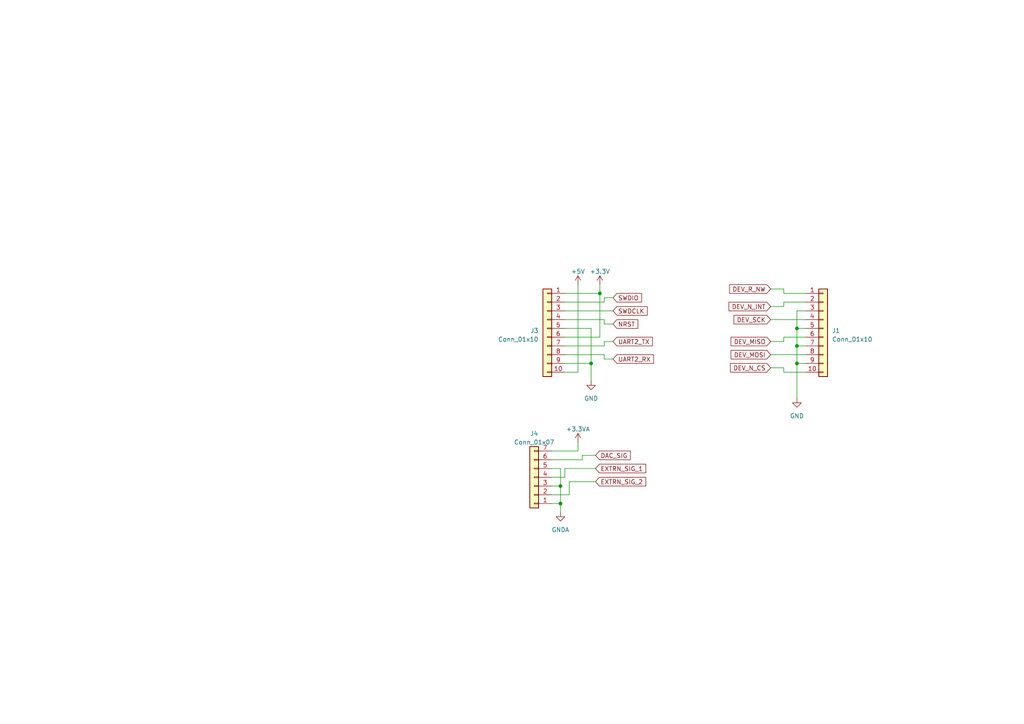
<source format=kicad_sch>
(kicad_sch (version 20230121) (generator eeschema)
  (paper "A4")
  (lib_symbols
    (symbol "Connector_Generic:Conn_01x07" (pin_names (offset 1.016) hide)
      (property "Reference" "J" (at 0 10.16 0))
      (property "Value" "Conn_01x07" (at 0 -10.16 0))
      (symbol "Conn_01x07_1_1"
        (rectangle (start -1.27 -7.493) (end 0 -7.747) (stroke (width 0.1524)))
        (rectangle (start -1.27 -4.953) (end 0 -5.207) (stroke (width 0.1524)))
        (rectangle (start -1.27 -2.413) (end 0 -2.667) (stroke (width 0.1524)))
        (rectangle (start -1.27 0.127) (end 0 -0.127) (stroke (width 0.1524)))
        (rectangle (start -1.27 2.667) (end 0 2.413) (stroke (width 0.1524)))
        (rectangle (start -1.27 5.207) (end 0 4.953) (stroke (width 0.1524)))
        (rectangle (start -1.27 7.747) (end 0 7.493) (stroke (width 0.1524)))
        (rectangle (start -1.27 8.89) (end 1.27 -8.89) (stroke (width 0.254)) (fill (type background)))
        (pin passive line (at -5.08 7.62 0) (length 3.81) (name "Pin_1") (number "1"))
        (pin passive line (at -5.08 5.08 0) (length 3.81) (name "Pin_2") (number "2"))
        (pin passive line (at -5.08 2.54 0) (length 3.81) (name "Pin_3") (number "3"))
        (pin passive line (at -5.08 0 0) (length 3.81) (name "Pin_4") (number "4"))
        (pin passive line (at -5.08 -2.54 0) (length 3.81) (name "Pin_5") (number "5"))
        (pin passive line (at -5.08 -5.08 0) (length 3.81) (name "Pin_6") (number "6"))
        (pin passive line (at -5.08 -7.62 0) (length 3.81) (name "Pin_7") (number "7"))
      )
    )
    (symbol "Connector_Generic:Conn_01x10" (pin_names (offset 1.016) hide)
      (property "Reference" "J" (at 0 12.7 0))
      (property "Value" "Conn_01x10" (at 0 -15.24 0))
      (symbol "Conn_01x10_1_1"
        (rectangle (start -1.27 -12.573) (end 0 -12.827) (stroke (width 0.1524)))
        (rectangle (start -1.27 -10.033) (end 0 -10.287) (stroke (width 0.1524)))
        (rectangle (start -1.27 -7.493) (end 0 -7.747) (stroke (width 0.1524)))
        (rectangle (start -1.27 -4.953) (end 0 -5.207) (stroke (width 0.1524)))
        (rectangle (start -1.27 -2.413) (end 0 -2.667) (stroke (width 0.1524)))
        (rectangle (start -1.27 0.127) (end 0 -0.127) (stroke (width 0.1524)))
        (rectangle (start -1.27 2.667) (end 0 2.413) (stroke (width 0.1524)))
        (rectangle (start -1.27 5.207) (end 0 4.953) (stroke (width 0.1524)))
        (rectangle (start -1.27 7.747) (end 0 7.493) (stroke (width 0.1524)))
        (rectangle (start -1.27 10.287) (end 0 10.033) (stroke (width 0.1524)))
        (rectangle (start -1.27 11.43) (end 1.27 -13.97) (stroke (width 0.254)) (fill (type background)))
        (pin passive line (at -5.08 10.16 0) (length 3.81) (name "Pin_1") (number "1"))
        (pin passive line (at -5.08 -12.7 0) (length 3.81) (name "Pin_10") (number "10"))
        (pin passive line (at -5.08 7.62 0) (length 3.81) (name "Pin_2") (number "2"))
        (pin passive line (at -5.08 5.08 0) (length 3.81) (name "Pin_3") (number "3"))
        (pin passive line (at -5.08 2.54 0) (length 3.81) (name "Pin_4") (number "4"))
        (pin passive line (at -5.08 0 0) (length 3.81) (name "Pin_5") (number "5"))
        (pin passive line (at -5.08 -2.54 0) (length 3.81) (name "Pin_6") (number "6"))
        (pin passive line (at -5.08 -5.08 0) (length 3.81) (name "Pin_7") (number "7"))
        (pin passive line (at -5.08 -7.62 0) (length 3.81) (name "Pin_8") (number "8"))
        (pin passive line (at -5.08 -10.16 0) (length 3.81) (name "Pin_9") (number "9"))
      )
    )
    (symbol "power:+3.3V" (power) (pin_names (offset 0))
      (property "Value" "+3.3V" (at 0 3.556 0))
      (symbol "+3.3V_0_1"
        (polyline (pts (xy -0.762 1.27) (xy 0 2.54)))
        (polyline (pts (xy 0 0) (xy 0 2.54)))
        (polyline (pts (xy 0 2.54) (xy 0.762 1.27)))
      )
      (symbol "+3.3V_1_1"
        (pin power_in line (at 0 0 90) (length 0) hide (name "+3.3V") (number "1"))
      )
    )
    (symbol "power:+3.3VA" (power) (pin_names (offset 0))
      (property "Value" "+3.3VA" (at 0 3.556 0))
      (symbol "+3.3VA_0_1"
        (polyline (pts (xy -0.762 1.27) (xy 0 2.54)))
        (polyline (pts (xy 0 0) (xy 0 2.54)))
        (polyline (pts (xy 0 2.54) (xy 0.762 1.27)))
      )
      (symbol "+3.3VA_1_1"
        (pin power_in line (at 0 0 90) (length 0) hide (name "+3.3VA") (number "1"))
      )
    )
    (symbol "power:+5V" (power) (pin_names (offset 0))
      (property "Value" "+5V" (at 0 3.556 0))
      (symbol "+5V_0_1"
        (polyline (pts (xy -0.762 1.27) (xy 0 2.54)))
        (polyline (pts (xy 0 0) (xy 0 2.54)))
        (polyline (pts (xy 0 2.54) (xy 0.762 1.27)))
      )
      (symbol "+5V_1_1"
        (pin power_in line (at 0 0 90) (length 0) hide (name "+5V") (number "1"))
      )
    )
    (symbol "power:GND" (power) (pin_names (offset 0))
      (property "Value" "GND" (at 0 -3.81 0))
      (symbol "GND_0_1"
        (polyline (pts (xy 0 0) (xy 0 -1.27) (xy 1.27 -1.27) (xy 0 -2.54) (xy -1.27 -1.27) (xy 0 -1.27)))
      )
      (symbol "GND_1_1"
        (pin power_in line (at 0 0 270) (length 0) hide (name "GND") (number "1"))
      )
    )
    (symbol "power:GNDA" (power) (pin_names (offset 0))
      (property "Value" "GNDA" (at 0 -3.81 0))
      (symbol "GNDA_0_1"
        (polyline (pts (xy 0 0) (xy 0 -1.27) (xy 1.27 -1.27) (xy 0 -2.54) (xy -1.27 -1.27) (xy 0 -1.27)))
      )
      (symbol "GNDA_1_1"
        (pin power_in line (at 0 0 270) (length 0) hide (name "GNDA") (number "1"))
      )
    )
  )
  (junction (at 231.14 95.25))
  (junction (at 231.14 100.33))
  (junction (at 162.56 146.05))
  (junction (at 162.56 140.97))
  (junction (at 231.14 105.41))
  (junction (at 173.99 85.09))
  (junction (at 171.45 105.41))
  (wire (pts (xy 160.02 130.81) (xy 167.64 130.81)))
  (wire (pts (xy 175.26 99.06) (xy 175.26 100.33)))
  (wire (pts (xy 167.64 107.95) (xy 167.64 82.55)))
  (wire (pts (xy 227.33 85.09) (xy 227.33 83.82)))
  (wire (pts (xy 175.26 86.36) (xy 175.26 87.63)))
  (wire (pts (xy 177.8 99.06) (xy 175.26 99.06)))
  (wire (pts (xy 163.83 97.79) (xy 173.99 97.79)))
  (wire (pts (xy 163.83 92.71) (xy 175.26 92.71)))
  (wire (pts (xy 168.91 132.08) (xy 172.72 132.08)))
  (wire (pts (xy 162.56 146.05) (xy 162.56 148.59)))
  (wire (pts (xy 163.83 90.17) (xy 177.8 90.17)))
  (wire (pts (xy 163.83 135.89) (xy 172.72 135.89)))
  (wire (pts (xy 160.02 135.89) (xy 162.56 135.89)))
  (wire (pts (xy 223.52 99.06) (xy 227.33 99.06)))
  (wire (pts (xy 163.83 85.09) (xy 173.99 85.09)))
  (wire (pts (xy 160.02 140.97) (xy 162.56 140.97)))
  (wire (pts (xy 160.02 143.51) (xy 165.1 143.51)))
  (wire (pts (xy 233.68 85.09) (xy 227.33 85.09)))
  (wire (pts (xy 163.83 102.87) (xy 175.26 102.87)))
  (wire (pts (xy 173.99 97.79) (xy 173.99 85.09)))
  (wire (pts (xy 175.26 104.14) (xy 177.8 104.14)))
  (wire (pts (xy 163.83 105.41) (xy 171.45 105.41)))
  (wire (pts (xy 231.14 95.25) (xy 233.68 95.25)))
  (wire (pts (xy 231.14 105.41) (xy 231.14 115.57)))
  (wire (pts (xy 168.91 133.35) (xy 168.91 132.08)))
  (wire (pts (xy 223.52 102.87) (xy 233.68 102.87)))
  (wire (pts (xy 163.83 107.95) (xy 167.64 107.95)))
  (wire (pts (xy 162.56 135.89) (xy 162.56 140.97)))
  (wire (pts (xy 231.14 100.33) (xy 233.68 100.33)))
  (wire (pts (xy 160.02 133.35) (xy 168.91 133.35)))
  (wire (pts (xy 165.1 139.7) (xy 172.72 139.7)))
  (wire (pts (xy 231.14 105.41) (xy 233.68 105.41)))
  (wire (pts (xy 227.33 99.06) (xy 227.33 97.79)))
  (wire (pts (xy 177.8 86.36) (xy 175.26 86.36)))
  (wire (pts (xy 163.83 87.63) (xy 175.26 87.63)))
  (wire (pts (xy 171.45 95.25) (xy 171.45 105.41)))
  (wire (pts (xy 223.52 88.9) (xy 227.33 88.9)))
  (wire (pts (xy 175.26 102.87) (xy 175.26 104.14)))
  (wire (pts (xy 171.45 105.41) (xy 171.45 110.49)))
  (wire (pts (xy 162.56 146.05) (xy 160.02 146.05)))
  (wire (pts (xy 233.68 90.17) (xy 231.14 90.17)))
  (wire (pts (xy 175.26 93.98) (xy 177.8 93.98)))
  (wire (pts (xy 223.52 83.82) (xy 227.33 83.82)))
  (wire (pts (xy 163.83 135.89) (xy 163.83 138.43)))
  (wire (pts (xy 231.14 95.25) (xy 231.14 100.33)))
  (wire (pts (xy 231.14 100.33) (xy 231.14 105.41)))
  (wire (pts (xy 167.64 130.81) (xy 167.64 128.27)))
  (wire (pts (xy 165.1 143.51) (xy 165.1 139.7)))
  (wire (pts (xy 227.33 97.79) (xy 233.68 97.79)))
  (wire (pts (xy 231.14 90.17) (xy 231.14 95.25)))
  (wire (pts (xy 175.26 92.71) (xy 175.26 93.98)))
  (wire (pts (xy 162.56 140.97) (xy 162.56 146.05)))
  (wire (pts (xy 227.33 107.95) (xy 227.33 106.68)))
  (wire (pts (xy 227.33 88.9) (xy 227.33 87.63)))
  (wire (pts (xy 173.99 85.09) (xy 173.99 82.55)))
  (wire (pts (xy 223.52 92.71) (xy 233.68 92.71)))
  (wire (pts (xy 163.83 100.33) (xy 175.26 100.33)))
  (wire (pts (xy 163.83 95.25) (xy 171.45 95.25)))
  (wire (pts (xy 163.83 138.43) (xy 160.02 138.43)))
  (wire (pts (xy 227.33 106.68) (xy 223.52 106.68)))
  (wire (pts (xy 227.33 87.63) (xy 233.68 87.63)))
  (wire (pts (xy 233.68 107.95) (xy 227.33 107.95)))
  (global_label "DAC_SIG" (shape input) (at 172.72 132.08 0) (property "Intersheetrefs" "${INTERSHEET_REFS}" (effects hide)))
  (global_label "EXTRN_SIG_1" (shape input) (at 172.72 135.89 0) (property "Intersheetrefs" "${INTERSHEET_REFS}" (effects hide)))
  (global_label "SWDIO" (shape input) (at 177.8 86.36 0) (property "Intersheetrefs" "${INTERSHEET_REFS}" (effects hide)))
  (global_label "UART2_RX" (shape input) (at 177.8 104.14 0) (property "Intersheetrefs" "${INTERSHEET_REFS}" (effects hide)))
  (global_label "SWDCLK" (shape input) (at 177.8 90.17 0) (property "Intersheetrefs" "${INTERSHEET_REFS}" (effects hide)))
  (global_label "EXTRN_SIG_2" (shape input) (at 172.72 139.7 0) (property "Intersheetrefs" "${INTERSHEET_REFS}" (effects hide)))
  (global_label "DEV_MISO" (shape input) (at 223.52 99.06 180) (property "Intersheetrefs" "${INTERSHEET_REFS}" (effects hide)))
  (global_label "UART2_TX" (shape input) (at 177.8 99.06 0) (property "Intersheetrefs" "${INTERSHEET_REFS}" (effects hide)))
  (global_label "DEV_MOSI" (shape input) (at 223.52 102.87 180) (property "Intersheetrefs" "${INTERSHEET_REFS}" (effects hide)))
  (global_label "DEV_N_INT" (shape input) (at 223.52 88.9 180) (property "Intersheetrefs" "${INTERSHEET_REFS}" (effects hide)))
  (global_label "NRST" (shape input) (at 177.8 93.98 0) (property "Intersheetrefs" "${INTERSHEET_REFS}" (effects hide)))
  (global_label "DEV_N_CS" (shape input) (at 223.52 106.68 180) (property "Intersheetrefs" "${INTERSHEET_REFS}" (effects hide)))
  (global_label "DEV_R_NW" (shape input) (at 223.52 83.82 180) (property "Intersheetrefs" "${INTERSHEET_REFS}" (effects hide)))
  (global_label "DEV_SCK" (shape input) (at 223.52 92.71 180) (property "Intersheetrefs" "${INTERSHEET_REFS}" (effects hide)))
  (symbol (lib_id "power:GND") (at 231.14 115.57 0) (mirror y) (unit 1)
    (property "Reference" "#PWR011" (effects hide))
    (property "Value" "GND" (at 231.14 120.65 0))
    (instances (project "fft_slice" (path "" (reference "#PWR011") (unit 1)) (path "" (reference "#PWR09") (unit 1)) (path "" (reference "#PWR025") (unit 1))))
  )
  (symbol (lib_id "power:GNDA") (at 162.56 148.59 0) (unit 1)
    (property "Reference" "#PWR09" (effects hide))
    (property "Value" "GNDA" (at 162.56 153.67 0))
    (instances (project "fft_slice" (path "" (reference "#PWR09") (unit 1)) (path "" (reference "#PWR02") (unit 1)) (path "" (reference "#PWR016") (unit 1)) (path "" (reference "#PWR032") (unit 1))))
  )
  (symbol (lib_id "power:GND") (at 171.45 110.49 0) (unit 1)
    (property "Reference" "#PWR011" (effects hide))
    (property "Value" "GND" (at 171.45 115.57 0))
    (instances (project "fft_slice" (path "" (reference "#PWR011") (unit 1)) (path "" (reference "#PWR09") (unit 1)) (path "" (reference "#PWR027") (unit 1))))
  )
  (symbol (lib_id "Connector_Generic:Conn_01x07") (at 154.94 138.43 180) (unit 1)
    (property "Reference" "J4" (at 154.94 125.73 0))
    (property "Value" "Conn_01x07" (at 154.94 128.27 0))
    (property "Footprint" "Connector_PinSocket_2.54mm:PinSocket_1x07_P2.54mm_Vertical" (effects hide))
  )
  (symbol (lib_id "power:+3.3V") (at 173.99 82.55 0) (mirror y) (unit 1)
    (property "Reference" "#PWR04" (effects hide))
    (property "Value" "+3.3V" (at 173.99 78.74 0))
    (instances (project "fft_slice" (path "" (reference "#PWR04") (unit 1)) (path "" (reference "#PWR015") (unit 1)) (path "" (reference "#PWR022") (unit 1))))
  )
  (symbol (lib_id "power:+5V") (at 167.64 82.55 0) (unit 1)
    (property "Reference" "#PWR014" (effects hide))
    (property "Value" "+5V" (at 167.64 78.74 0))
    (instances (project "fft_slice" (path "" (reference "#PWR014") (unit 1)) (path "" (reference "#PWR026") (unit 1))))
  )
  (symbol (lib_id "power:+3.3VA") (at 167.64 128.27 0) (unit 1)
    (property "Reference" "#PWR06" (effects hide))
    (property "Value" "+3.3VA" (at 167.64 124.46 0))
    (instances (project "fft_slice" (path "" (reference "#PWR06") (unit 1)) (path "" (reference "#PWR08") (unit 1)) (path "" (reference "#PWR08") (unit 1)) (path "" (reference "#PWR024") (unit 1))))
  )
  (symbol (lib_id "Connector_Generic:Conn_01x10") (at 238.76 95.25 0) (unit 1)
    (property "Reference" "J1" (at 241.3 95.885 0) (effects (justify left)))
    (property "Value" "Conn_01x10" (at 241.3 98.425 0) (effects (justify left)))
    (property "Footprint" "Connector_PinSocket_2.54mm:PinSocket_1x10_P2.54mm_Vertical" (effects hide))
  )
  (symbol (lib_id "Connector_Generic:Conn_01x10") (at 158.75 95.25 0) (mirror y) (unit 1)
    (property "Reference" "J3" (at 156.21 95.885 0) (effects (justify left)))
    (property "Value" "Conn_01x10" (at 156.21 98.425 0) (effects (justify left)))
    (property "Footprint" "Connector_PinSocket_2.54mm:PinSocket_1x10_P2.54mm_Vertical" (effects hide))
  )
)
</source>
